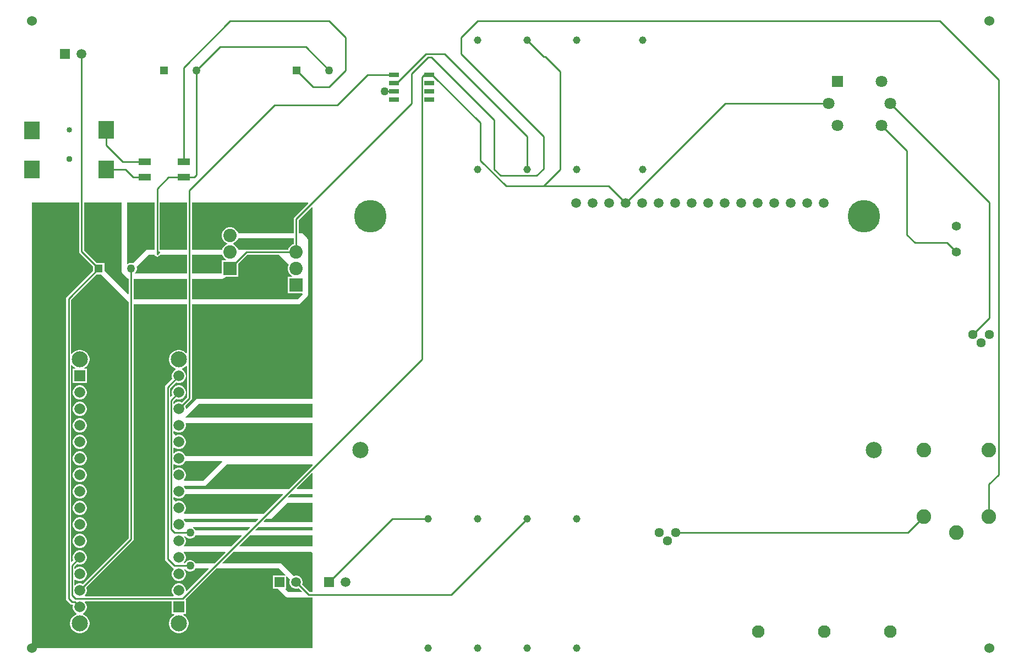
<source format=gtl>
%FSTAX23Y23*%
%MOIN*%
%SFA1B1*%

%IPPOS*%
%ADD13C,0.010000*%
%ADD14R,0.094488X0.110236*%
%ADD15R,0.060039X0.025591*%
%ADD16R,0.072835X0.039370*%
%ADD42C,0.196850*%
%ADD43C,0.098425*%
%ADD44C,0.059055*%
%ADD45C,0.060000*%
%ADD46C,0.045275*%
%ADD47C,0.037401*%
%ADD48C,0.033465*%
%ADD49R,0.080905X0.080905*%
%ADD50C,0.080905*%
%ADD51C,0.088582*%
%ADD52R,0.050197X0.050197*%
%ADD53C,0.050197*%
%ADD54C,0.056693*%
%ADD55R,0.059055X0.059055*%
%ADD56C,0.076771*%
%ADD57C,0.055118*%
%ADD58C,0.070866*%
%ADD59R,0.070866X0.070866*%
%ADD60R,0.065551X0.065551*%
%ADD61C,0.065551*%
%ADD62C,0.097441*%
%ADD63C,0.050000*%
%LNpcb1-1*%
%LPD*%
G36*
X01773Y02795D02*
X01689Y0271D01*
X01685Y02705*
X01684Y027*
Y02615*
X01348*
X01347Y02619*
X0134Y0263*
X0133Y0264*
X01319Y02647*
X01306Y0265*
X01293*
X0128Y02647*
X01269Y0264*
X01259Y0263*
X01252Y02619*
X01249Y02606*
Y02593*
X01252Y0258*
X01259Y02569*
X01269Y02559*
X0128Y02552*
X01281Y02552*
Y02547*
X0128Y02547*
X01269Y0254*
X01259Y02531*
X01252Y02519*
X01251Y02515*
X01068*
Y028*
X01771*
X01773Y02795*
G37*
G36*
X01037Y02515D02*
X00872D01*
Y028*
X01037*
Y02515*
G37*
G36*
X01684Y02547D02*
X0168Y02546D01*
X01669Y02539*
X01659Y0253*
X01652Y02519*
X01651Y02514*
X01602*
X01599Y02515*
X01348*
X01347Y02519*
X0134Y02531*
X0133Y0254*
X01319Y02547*
X01318Y02547*
Y02552*
X01319Y02552*
X0133Y02559*
X0134Y02569*
X01347Y0258*
X01348Y02584*
X01684*
Y02547*
G37*
G36*
X01037Y02369D02*
X00726D01*
X00723Y02374*
X00728Y02378*
X00732Y02386*
X00735Y02395*
Y02404*
X00733Y02411*
X00806Y02484*
X00842*
X00842Y02481*
X00846Y02476*
X00851Y02472*
X00857Y02471*
X00862Y02472*
X00867Y02476*
X00876Y02484*
X01037*
Y02369*
G37*
G36*
X00841Y02515D02*
X008D01*
X00794Y02514*
X00789Y02511*
X00711Y02433*
X00704Y02435*
X00695*
X00686Y02432*
X00679Y02428*
X00674Y0243*
Y028*
X00841*
Y02515*
G37*
G36*
X01252Y0248D02*
X01259Y02469D01*
X01269Y02459*
X01275Y02455*
X01274Y0245*
X01249*
Y02371*
X01247Y02369*
X01068*
Y02484*
X01251*
X01252Y0248*
G37*
G36*
X00643Y0238D02*
X00644Y02374D01*
X00648Y02369*
X00674Y02343*
X00679Y02339*
X00684Y02338*
Y02246*
X0068Y02244*
X00538Y02386*
Y02435*
X00489*
X00415Y02509*
Y028*
X00643*
Y0238*
G37*
G36*
X01655Y02423D02*
X01652Y02419D01*
X01649Y02406*
Y02393*
X01652Y0238*
X01659Y02368*
X01669Y02359*
X01675Y02355*
X01674Y0235*
X01649*
Y02249*
X01736*
X01738Y02244*
X01709Y02215*
X01068*
Y02338*
X01253*
X01259Y02339*
X01264Y02343*
X01271Y02349*
X0135*
Y02429*
X01405Y02484*
X01593*
X01655Y02423*
G37*
G36*
X01037Y02215D02*
X00715D01*
Y02338*
X01037*
Y02215*
G37*
G36*
Y0189D02*
X01032Y01888D01*
X01026Y01895*
X01016Y01901*
X01005Y01905*
X00994Y01908*
X00983*
X00971Y01905*
X00961Y01901*
X00951Y01895*
X00943Y01886*
X00936Y01877*
X00932Y01866*
X0093Y01855*
Y01843*
X00932Y01832*
X00936Y01821*
X00943Y01811*
X00951Y01803*
X00961Y01797*
X0097Y01793*
X0097Y01788*
X0097Y01788*
X00962Y01783*
X00954Y01775*
X00948Y01765*
X00946Y01755*
Y01743*
X00948Y01732*
X00949Y01731*
X0091Y01692*
X00906Y01687*
X00905Y01681*
Y01526*
Y00721*
Y0064*
X00906Y00634*
X0091Y00629*
X00951Y00588*
X00956Y00584*
X00956Y00584*
X00958Y00579*
X00954Y00575*
X00948Y00565*
X00946Y00555*
Y00543*
X00948Y00532*
X00954Y00523*
X00962Y00515*
X00972Y00509*
X00983Y00506*
X00994*
X01005Y00509*
X01015Y00515*
X01023Y00523*
X01028Y00532*
X01031Y00543*
Y00555*
X01028Y00565*
X01023Y00575*
X01022Y00576*
X01024Y00581*
X01026Y00581*
X01028Y00577*
X01035Y0057*
X01043Y00566*
X01052Y00564*
X01061*
X0107Y00566*
X01078Y0057*
X01085Y00577*
X01088Y00583*
X01167*
X01169Y00579*
X01036Y00446*
X01031Y00448*
Y00455*
X01028Y00465*
X01023Y00475*
X01015Y00483*
X01005Y00489*
X00994Y00492*
X00983*
X00972Y00489*
X00962Y00483*
X00954Y00475*
X00948Y00465*
X00946Y00455*
Y00443*
X00948Y00432*
X00954Y00423*
X00958Y00419*
X00956Y00414*
X00421*
X00419Y00419*
X00423Y00423*
X00428Y00432*
X00431Y00443*
Y00455*
X00428Y00465*
X00428Y00467*
X0071Y00749*
X00714Y00754*
X00715Y0076*
Y02184*
X01037*
Y0189*
G37*
G36*
Y01808D02*
Y01619D01*
X01006Y01588*
X01005Y01589*
X00994Y01592*
X00983*
X00972Y01589*
X00962Y01583*
X0096Y01581*
X00956Y01583*
Y01595*
X00971Y0161*
X00972Y01609*
X00983Y01606*
X00994*
X01005Y01609*
X01015Y01615*
X01023Y01623*
X01028Y01632*
X01031Y01643*
Y01655*
X01028Y01665*
X01023Y01675*
X01015Y01683*
X01005Y01689*
X00994Y01692*
X00983*
X00972Y01689*
X00962Y01683*
X00954Y01675*
X00948Y01665*
X00946Y01655*
Y01643*
X00948Y01632*
X00949Y01631*
X0094Y01623*
X00936Y01625*
Y01675*
X00971Y0171*
X00972Y01709*
X00983Y01706*
X00994*
X01005Y01709*
X01015Y01715*
X01023Y01723*
X01028Y01732*
X01031Y01743*
Y01755*
X01028Y01765*
X01023Y01775*
X01015Y01783*
X01007Y01788*
X01007Y01788*
X01007Y01793*
X01016Y01797*
X01026Y01803*
X01032Y0181*
X01037Y01808*
G37*
G36*
X00684Y02196D02*
Y00766D01*
X00406Y00488*
X00405Y00489*
X00394Y00492*
X00383*
X00372Y00489*
X00362Y00483*
X0036Y00481*
X00356Y00483*
Y00514*
X0036Y00516*
X00362Y00515*
X00372Y00509*
X00383Y00506*
X00394*
X00405Y00509*
X00415Y00515*
X00423Y00523*
X00428Y00532*
X00431Y00543*
Y00555*
X00428Y00565*
X00423Y00575*
X00415Y00583*
X00405Y00589*
X00394Y00592*
X00383*
X00372Y00589*
X00362Y00583*
X0036Y00581*
X00356Y00583*
Y00595*
X00371Y0061*
X00372Y00609*
X00383Y00606*
X00394*
X00405Y00609*
X00415Y00615*
X00423Y00623*
X00428Y00632*
X00431Y00643*
Y00655*
X00428Y00665*
X00423Y00675*
X00415Y00683*
X00405Y00689*
X00394Y00692*
X00383*
X00372Y00689*
X00362Y00683*
X00354Y00675*
X00348Y00665*
X00346Y00655*
Y00643*
X00348Y00632*
X00349Y00631*
X0034Y00623*
X00336Y00625*
Y01813*
X00341Y01814*
X00343Y01811*
X00351Y01803*
X00361Y01797*
X00361Y01797*
X0036Y01792*
X00346*
Y01706*
X00431*
Y01792*
X00417*
X00416Y01797*
X00416Y01797*
X00426Y01803*
X00434Y01811*
X0044Y01821*
X00445Y01832*
X00447Y01843*
Y01855*
X00445Y01866*
X0044Y01877*
X00434Y01886*
X00426Y01895*
X00416Y01901*
X00405Y01905*
X00394Y01908*
X00383*
X00371Y01905*
X00361Y01901*
X00351Y01895*
X00343Y01886*
X00341Y01883*
X00336Y01885*
Y02211*
X00489Y02364*
X00516*
X00684Y02196*
G37*
G36*
X018Y02771D02*
Y01611D01*
X01104*
X01098Y0161*
X01093Y01606*
X01036Y01549*
X01031Y01551*
Y01555*
X01028Y01565*
X01028Y01567*
X01063Y01602*
X01067Y01607*
X01068Y01613*
Y02184*
X01716*
X01721Y02185*
X01726Y02189*
X01766Y02229*
X0177Y02234*
X01771Y0224*
Y02575*
X0177Y0258*
X01766Y02585*
X01741Y0261*
X01736Y02614*
X01731Y02615*
X01715*
Y02693*
X01795Y02773*
X018Y02771*
G37*
G36*
Y01496D02*
X01032D01*
X0103Y015*
X0111Y0158*
X018*
Y01496*
G37*
G36*
Y01264D02*
X01029D01*
X01028Y01265*
X01023Y01275*
X01015Y01283*
X01005Y01289*
X00994Y01292*
X00983*
X00972Y01289*
X00962Y01283*
X0096Y01281*
X00956Y01283*
Y01314*
X0096Y01316*
X00962Y01315*
X00972Y01309*
X00983Y01306*
X00994*
X01005Y01309*
X01015Y01315*
X01023Y01323*
X01028Y01332*
X01031Y01343*
Y01355*
X01028Y01365*
X01023Y01375*
X01015Y01383*
X01005Y01389*
X00994Y01392*
X00983*
X00972Y01389*
X00971Y01388*
X00956Y01403*
Y01414*
X0096Y01416*
X00962Y01415*
X00972Y01409*
X00983Y01406*
X00994*
X01005Y01409*
X01015Y01415*
X01023Y01423*
X01028Y01432*
X01031Y01443*
Y01455*
X01029Y01461*
X01032Y01465*
X018*
Y01264*
G37*
G36*
X01252Y01229D02*
X01138Y01115D01*
X01021*
X01019Y01119*
X01023Y01123*
X01028Y01132*
X01031Y01143*
Y01155*
X01028Y01165*
X01023Y01175*
X01015Y01183*
X01005Y01189*
X00994Y01192*
X00983*
X00972Y01189*
X00962Y01183*
X0096Y01181*
X00956Y01183*
Y01214*
X0096Y01216*
X00962Y01215*
X00972Y01209*
X00983Y01206*
X00994*
X01005Y01209*
X01015Y01215*
X01023Y01223*
X01028Y01232*
X01029Y01234*
X0125*
X01252Y01229*
G37*
G36*
X018Y01159D02*
Y01064D01*
X01704*
X01702Y01069*
X01795Y01161*
X018Y01159*
G37*
G36*
X01799Y01208D02*
X01655Y01064D01*
X01029*
X01028Y01065*
X01023Y01075*
X01019Y01079*
X01021Y01084*
X01145*
X0115Y01085*
X01155Y01089*
X0128Y01213*
X01797*
X01799Y01208*
G37*
G36*
X018Y01012D02*
X01652D01*
X0165Y01016*
X01667Y01034*
X018*
Y01012*
G37*
G36*
X01619Y01029D02*
X01504Y00914D01*
X01021*
X01019Y00919*
X01023Y00923*
X01028Y00932*
X01031Y00943*
Y00955*
X01028Y00965*
X01023Y00975*
X01015Y00983*
X01005Y00989*
X00994Y00992*
X00983*
X00972Y00989*
X00971Y00988*
X00956Y01003*
Y01014*
X0096Y01016*
X00962Y01015*
X00972Y01009*
X00983Y01006*
X00994*
X01005Y01009*
X01015Y01015*
X01023Y01023*
X01028Y01032*
X01029Y01034*
X01617*
X01619Y01029*
G37*
G36*
X018Y00864D02*
X01504D01*
X01502Y00869*
X01517Y00883*
X01543*
X01548Y00884*
X01553Y00888*
X01647Y00981*
X018*
Y00864*
G37*
G36*
X01469Y00879D02*
X01455Y00864D01*
X01029*
X01028Y00865*
X01023Y00875*
X0102Y00878*
X01022Y00883*
X01467*
X01469Y00879*
G37*
G36*
X018Y00814D02*
X01454D01*
X01452Y00818*
X01467Y00834*
X018*
Y00814*
G37*
G36*
X01419Y00829D02*
X01404Y00814D01*
X01088*
X01085Y0082*
X01078Y00827*
X01074Y00829*
X01076Y00834*
X01417*
X01419Y00829*
G37*
G36*
X01369Y00779D02*
X01306Y00716D01*
X01022*
X0102Y0072*
X01023Y00723*
X01028Y00732*
X01031Y00743*
Y00755*
X01028Y00765*
X01023Y00775*
X01022Y00776*
X01024Y00781*
X01026Y00781*
X01028Y00777*
X01035Y0077*
X01043Y00766*
X01052Y00764*
X01061*
X0107Y00766*
X01078Y0077*
X01085Y00777*
X01088Y00783*
X01367*
X01369Y00779*
G37*
G36*
X018Y00717D02*
X01799Y00716D01*
X01356*
X01354Y0072*
X01417Y00783*
X018*
Y00717*
G37*
G36*
X01271Y00681D02*
X01204Y00614D01*
X01088*
X01085Y0062*
X01078Y00627*
X0107Y00631*
X01061Y00634*
X01052*
X01043Y00631*
X01035Y00627*
X01028Y0062*
X01025Y00615*
X01021Y00615*
X01019Y00619*
X01023Y00623*
X01028Y00632*
X01031Y00643*
Y00655*
X01028Y00665*
X01023Y00675*
X01018Y0068*
X0102Y00685*
X01269*
X01271Y00681*
G37*
G36*
X018Y00678D02*
Y00439D01*
X01782*
X01736Y00484*
X01739Y00494*
Y00505*
X01736Y00515*
X01731Y00524*
X01724Y00531*
X01715Y00536*
X01705Y00539*
X01694*
X01684Y00536*
X01611Y00609*
X01606Y00613*
X01601Y00614*
X01254*
X01252Y00618*
X01319Y00685*
X01792*
X018Y00678*
G37*
G36*
X01663Y00515D02*
X0166Y00505D01*
Y00494*
X01663Y00484*
X01668Y00475*
X01675Y00468*
X01684Y00463*
X01694Y0046*
X01705*
X01715Y00463*
X01734Y00443*
X01732Y00439*
X01651*
X01634Y00455*
X01636Y0046*
X01639*
Y00532*
X01644Y00534*
X01663Y00515*
G37*
G36*
X00384Y02503D02*
X00385Y02497D01*
X00389Y02492*
X00468Y02413*
Y02386*
X0031Y02228*
X00306Y02223*
X00305Y02217*
Y004*
X00306Y00394*
X0031Y00389*
X00331Y00368*
X00336Y00364*
X00342Y00363*
X00344*
X00347Y00359*
X00346Y00355*
Y00343*
X00348Y00332*
X00354Y00323*
X00362Y00315*
X0037Y0031*
X0037Y0031*
X0037Y00305*
X00361Y00301*
X00351Y00295*
X00343Y00286*
X00336Y00277*
X00332Y00266*
X0033Y00255*
Y00243*
X00332Y00232*
X00336Y00221*
X00343Y00211*
X00351Y00203*
X00361Y00197*
X00371Y00192*
X00383Y0019*
X00394*
X00405Y00192*
X00416Y00197*
X00426Y00203*
X00434Y00211*
X0044Y00221*
X00445Y00232*
X00447Y00243*
Y00255*
X00445Y00266*
X0044Y00277*
X00434Y00286*
X00426Y00295*
X00416Y00301*
X00407Y00305*
X00407Y0031*
X00407Y0031*
X00415Y00315*
X00423Y00323*
X00428Y00332*
X00431Y00343*
Y00355*
X00428Y00365*
X00423Y00375*
X0042Y00378*
X00422Y00383*
X00946*
Y00306*
X0096*
X00961Y00301*
X00961Y00301*
X00951Y00295*
X00943Y00286*
X00936Y00277*
X00932Y00266*
X0093Y00255*
Y00243*
X00932Y00232*
X00936Y00221*
X00943Y00211*
X00951Y00203*
X00961Y00197*
X00971Y00192*
X00983Y0019*
X00994*
X01005Y00192*
X01016Y00197*
X01026Y00203*
X01034Y00211*
X0104Y00221*
X01045Y00232*
X01047Y00243*
Y00255*
X01045Y00266*
X0104Y00277*
X01034Y00286*
X01026Y00295*
X01016Y00301*
X01016Y00301*
X01017Y00306*
X01031*
Y00392*
X01029Y00396*
X01217Y00583*
X01594*
X01634Y00544*
X01632Y00539*
X0156*
Y0046*
X01587*
X01589Y00458*
X01634Y00413*
X01639Y00409*
X01645Y00408*
X018*
Y001*
X001*
Y028*
X00384*
Y02503*
G37*
%LNpcb1-2*%
%LPC*%
G36*
X00394Y01692D02*
X00383D01*
X00372Y01689*
X00362Y01683*
X00354Y01675*
X00348Y01665*
X00346Y01655*
Y01643*
X00348Y01632*
X00354Y01623*
X00362Y01615*
X00372Y01609*
X00383Y01606*
X00394*
X00405Y01609*
X00415Y01615*
X00423Y01623*
X00428Y01632*
X00431Y01643*
Y01655*
X00428Y01665*
X00423Y01675*
X00415Y01683*
X00405Y01689*
X00394Y01692*
G37*
G36*
Y01592D02*
X00383D01*
X00372Y01589*
X00362Y01583*
X00354Y01575*
X00348Y01565*
X00346Y01555*
Y01543*
X00348Y01532*
X00354Y01523*
X00362Y01515*
X00372Y01509*
X00383Y01506*
X00394*
X00405Y01509*
X00415Y01515*
X00423Y01523*
X00428Y01532*
X00431Y01543*
Y01555*
X00428Y01565*
X00423Y01575*
X00415Y01583*
X00405Y01589*
X00394Y01592*
G37*
G36*
Y01492D02*
X00383D01*
X00372Y01489*
X00362Y01483*
X00354Y01475*
X00348Y01465*
X00346Y01455*
Y01443*
X00348Y01432*
X00354Y01423*
X00362Y01415*
X00372Y01409*
X00383Y01406*
X00394*
X00405Y01409*
X00415Y01415*
X00423Y01423*
X00428Y01432*
X00431Y01443*
Y01455*
X00428Y01465*
X00423Y01475*
X00415Y01483*
X00405Y01489*
X00394Y01492*
G37*
G36*
Y01392D02*
X00383D01*
X00372Y01389*
X00362Y01383*
X00354Y01375*
X00348Y01365*
X00346Y01355*
Y01343*
X00348Y01332*
X00354Y01323*
X00362Y01315*
X00372Y01309*
X00383Y01306*
X00394*
X00405Y01309*
X00415Y01315*
X00423Y01323*
X00428Y01332*
X00431Y01343*
Y01355*
X00428Y01365*
X00423Y01375*
X00415Y01383*
X00405Y01389*
X00394Y01392*
G37*
G36*
Y01292D02*
X00383D01*
X00372Y01289*
X00362Y01283*
X00354Y01275*
X00348Y01265*
X00346Y01255*
Y01243*
X00348Y01232*
X00354Y01223*
X00362Y01215*
X00372Y01209*
X00383Y01206*
X00394*
X00405Y01209*
X00415Y01215*
X00423Y01223*
X00428Y01232*
X00431Y01243*
Y01255*
X00428Y01265*
X00423Y01275*
X00415Y01283*
X00405Y01289*
X00394Y01292*
G37*
G36*
Y01192D02*
X00383D01*
X00372Y01189*
X00362Y01183*
X00354Y01175*
X00348Y01165*
X00346Y01155*
Y01143*
X00348Y01132*
X00354Y01123*
X00362Y01115*
X00372Y01109*
X00383Y01106*
X00394*
X00405Y01109*
X00415Y01115*
X00423Y01123*
X00428Y01132*
X00431Y01143*
Y01155*
X00428Y01165*
X00423Y01175*
X00415Y01183*
X00405Y01189*
X00394Y01192*
G37*
G36*
Y01092D02*
X00383D01*
X00372Y01089*
X00362Y01083*
X00354Y01075*
X00348Y01065*
X00346Y01055*
Y01043*
X00348Y01032*
X00354Y01023*
X00362Y01015*
X00372Y01009*
X00383Y01006*
X00394*
X00405Y01009*
X00415Y01015*
X00423Y01023*
X00428Y01032*
X00431Y01043*
Y01055*
X00428Y01065*
X00423Y01075*
X00415Y01083*
X00405Y01089*
X00394Y01092*
G37*
G36*
Y00992D02*
X00383D01*
X00372Y00989*
X00362Y00983*
X00354Y00975*
X00348Y00965*
X00346Y00955*
Y00943*
X00348Y00932*
X00354Y00923*
X00362Y00915*
X00372Y00909*
X00383Y00906*
X00394*
X00405Y00909*
X00415Y00915*
X00423Y00923*
X00428Y00932*
X00431Y00943*
Y00955*
X00428Y00965*
X00423Y00975*
X00415Y00983*
X00405Y00989*
X00394Y00992*
G37*
G36*
Y00892D02*
X00383D01*
X00372Y00889*
X00362Y00883*
X00354Y00875*
X00348Y00865*
X00346Y00855*
Y00843*
X00348Y00832*
X00354Y00823*
X00362Y00815*
X00372Y00809*
X00383Y00806*
X00394*
X00405Y00809*
X00415Y00815*
X00423Y00823*
X00428Y00832*
X00431Y00843*
Y00855*
X00428Y00865*
X00423Y00875*
X00415Y00883*
X00405Y00889*
X00394Y00892*
G37*
G36*
Y00792D02*
X00383D01*
X00372Y00789*
X00362Y00783*
X00354Y00775*
X00348Y00765*
X00346Y00755*
Y00743*
X00348Y00732*
X00354Y00723*
X00362Y00715*
X00372Y00709*
X00383Y00706*
X00394*
X00405Y00709*
X00415Y00715*
X00423Y00723*
X00428Y00732*
X00431Y00743*
Y00755*
X00428Y00765*
X00423Y00775*
X00415Y00783*
X00405Y00789*
X00394Y00792*
G37*
%LNpcb1-3*%
%LPD*%
G54D13*
X03696Y02796D02*
X043Y034D01*
X05896Y00903D02*
X059Y009D01*
X0252Y0368D02*
X029Y033D01*
X025Y0368D02*
X0252D01*
X024Y0358D02*
X025Y0368D01*
X017Y02499D02*
Y027D01*
X024Y034*
Y0358*
X029Y03D02*
Y033D01*
X02815Y03055D02*
Y03283D01*
X02937Y02962D02*
X03156D01*
X032Y03005*
Y032*
X029Y03D02*
X02937Y02962D01*
X02971Y029D02*
X032D01*
X02815Y03055D02*
X02971Y029D01*
X027Y037D02*
X032Y032D01*
X02485Y037D02*
X026D01*
X031Y03D02*
Y032D01*
X026Y037D02*
X031Y032D01*
X027Y037D02*
Y038D01*
X028Y039*
X056*
X05956Y03543*
Y01151D02*
Y03543D01*
X05896Y01092D02*
X05956Y01151D01*
X05896Y00903D02*
Y01092D01*
X059Y021D02*
Y028D01*
X058Y02D02*
X059Y021D01*
X053Y034D02*
X059Y028D01*
X05898Y00898D02*
X059Y009D01*
X03592Y029D02*
X03696Y02796D01*
X032Y029D02*
X03592D01*
X043Y034D02*
X04925D01*
X02461Y01849D02*
Y03561D01*
X01011Y00399D02*
X02461Y01849D01*
Y03561D02*
X02475Y03575D01*
X05896Y00898D02*
X05898D01*
X04Y008D02*
X05404D01*
X05503Y00898*
X054Y02605D02*
Y03112D01*
X05642Y02557D02*
X057Y025D01*
X05448Y02557D02*
X05642D01*
X054Y02605D02*
X05448Y02557D01*
X05245Y03267D02*
X054Y03112D01*
X033Y03D02*
Y03594D01*
X031Y03783D02*
X03198Y03685D01*
X03208*
X033Y03594*
X032Y029D02*
X033Y03D01*
X02506Y03575D02*
X02523D01*
X02815Y03283*
X01703Y036D02*
X01803Y035D01*
X019*
X02Y036*
Y038*
X02133Y03575D02*
X02293D01*
X01948Y0339D02*
X02133Y03575D01*
X019Y039D02*
X02Y038D01*
X0157Y0339D02*
X01948D01*
X013Y039D02*
X019D01*
X01017Y03047D02*
Y03617D01*
X013Y039*
X02293Y03525D02*
X0231D01*
X02485Y037*
X02475Y03575D02*
X02506D01*
X01017Y02952D02*
X01083D01*
X01096Y02966*
Y036*
X01239Y03743*
X01757*
X019Y036*
X00925Y02952D02*
X01017D01*
X00857Y02884D02*
X00925Y02952D01*
X00857Y02487D02*
Y02884D01*
Y02487D02*
X0087Y025D01*
X00388Y00449D02*
X007Y0076D01*
Y024*
X00548Y03146D02*
Y0324D01*
Y03146D02*
X00648Y03047D01*
X00782*
X00548Y03D02*
X00664D01*
X00712Y02952*
X00782*
X013Y024D02*
X01399Y02499D01*
X017*
X00341Y00601D02*
X00388Y00649D01*
X00341Y0042D02*
Y00601D01*
Y0042D02*
X00362Y00399D01*
X01011*
X00988Y01549D02*
X01053Y01613D01*
Y02873*
X0157Y0339*
X02235Y03475D02*
X02293D01*
X00941Y01601D02*
X00988Y01649D01*
X00941Y0082D02*
Y01601D01*
Y0082D02*
X00962Y00799D01*
X01057*
X00359Y00379D02*
X00388Y00349D01*
X00342Y00379D02*
X00359D01*
X00321Y004D02*
X00342Y00379D01*
X00321Y004D02*
Y02217D01*
X00503Y024*
X004Y02503D02*
X00503Y024D01*
X004Y02503D02*
Y037D01*
X00921Y01681D02*
X00988Y01749D01*
X00921Y0064D02*
Y01681D01*
Y0064D02*
X00962Y00599D01*
X01057*
X017Y005D02*
X01776Y00424D01*
X0264*
X031Y00883*
X019Y005D02*
X02283Y00883D01*
X025*
G54D14*
X00548Y03D03*
X001D03*
Y03237D03*
X00548Y0324D03*
G54D15*
X02506Y03575D03*
Y03525D03*
Y03475D03*
Y03425D03*
X02293D03*
Y03475D03*
Y03525D03*
Y03575D03*
G54D16*
X00782Y03047D03*
Y02952D03*
X01017D03*
Y03047D03*
G54D42*
X02148Y02717D03*
X0514D03*
G54D43*
X02089Y013D03*
X052D03*
G54D44*
X03496Y02796D03*
X03396D03*
X04896D03*
X04796D03*
X04696D03*
X04596D03*
X04496D03*
X04396D03*
X04296D03*
X04196D03*
X04096D03*
X03996D03*
X03896D03*
X03796D03*
X03696D03*
X03596D03*
X017Y005D03*
X02D03*
X004Y037D03*
G54D45*
X059Y001D03*
X001D03*
Y039D03*
X059D03*
G54D46*
X034Y03D03*
Y03783D03*
X031Y001D03*
Y00883D03*
X028Y001D03*
Y00883D03*
X025Y001D03*
Y00883D03*
X034Y001D03*
Y00883D03*
X028Y03D03*
Y03783D03*
X038Y03D03*
Y03783D03*
X031Y03D03*
Y03783D03*
G54D47*
X00324Y03062D03*
G54D48*
X00324Y0324D03*
G54D49*
X013Y024D03*
X017Y023D03*
G54D50*
X013Y025D03*
Y026D03*
X017Y02399D03*
Y02499D03*
G54D51*
X05896Y00898D03*
Y013D03*
X05503D03*
Y00898D03*
X057Y008D03*
G54D52*
X00503Y024D03*
X009Y036D03*
X01703D03*
G54D53*
X007Y024D03*
X01096Y036D03*
X019D03*
G54D54*
X04Y008D03*
X0395Y0075D03*
X039Y008D03*
X059Y02D03*
X0585Y0195D03*
X058Y02D03*
G54D55*
X016Y005D03*
X019D03*
X003Y037D03*
G54D56*
X053Y002D03*
X049D03*
X045D03*
G54D57*
X057Y02657D03*
Y025D03*
G54D58*
X04925Y034D03*
X053D03*
X05245Y03267D03*
X0498D03*
X05245Y03532D03*
G54D59*
X0498Y03532D03*
G54D60*
X00388Y01749D03*
X00988Y00349D03*
G54D61*
X00388Y01649D03*
Y01549D03*
Y01449D03*
Y01349D03*
Y01249D03*
Y01149D03*
Y01049D03*
Y00949D03*
Y00849D03*
Y00749D03*
Y00649D03*
Y00549D03*
Y00449D03*
Y00349D03*
X00988Y00449D03*
Y00549D03*
Y00649D03*
Y00749D03*
Y00849D03*
Y00949D03*
Y01049D03*
Y01149D03*
Y01249D03*
Y01349D03*
Y01449D03*
Y01549D03*
Y01649D03*
Y01749D03*
G54D62*
X00388Y01849D03*
X00988D03*
Y00249D03*
X00388D03*
G54D63*
X02235Y03475D03*
X01057Y00799D03*
Y00599D03*
M02*
</source>
